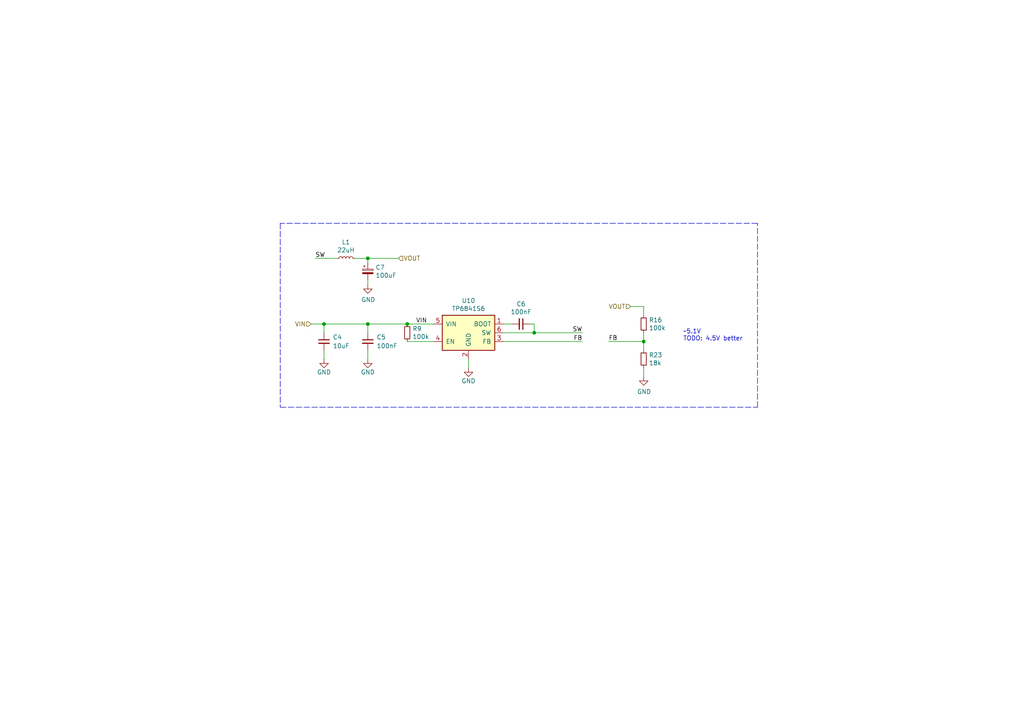
<source format=kicad_sch>
(kicad_sch (version 20211123) (generator eeschema)
  (paper "A4")
  (title_block (title "Power Supply TP6841S6") (date "2022-03-19") (rev "1") (company "LightBrains"))
  (lib_symbols
    (symbol "Device:CP_Small" (pin_numbers hide) (pin_names (offset 0.254) hide)
      (property "Reference" "C" (at 0.254 1.778 0))
      (property "Value" "Device_CP_Small" (at 0.254 -2.032 0))
      (symbol "CP_Small_0_1"
        (rectangle (start -1.524 -0.3048) (end 1.524 -0.6858) (fill (type outline)))
        (rectangle (start -1.524 0.6858) (end 1.524 0.3048))
        (polyline (pts (xy -1.27 1.524) (xy -0.762 1.524)))
        (polyline (pts (xy -1.016 1.27) (xy -1.016 1.778)))
      )
      (symbol "CP_Small_1_1"
        (pin passive line (at 0 2.54 270) (length 1.8542) (name "~") (number "1"))
        (pin passive line (at 0 -2.54 90) (length 1.8542) (name "~") (number "2"))
      )
    )
    (symbol "Device:C_Small" (pin_numbers hide) (pin_names (offset 0.254) hide)
      (property "Reference" "C" (at 0.254 1.778 0))
      (property "Value" "C_Small" (at 0.254 -2.032 0))
      (symbol "C_Small_0_1"
        (polyline (pts (xy -1.524 -0.508) (xy 1.524 -0.508)) (stroke (width 0.3302)))
        (polyline (pts (xy -1.524 0.508) (xy 1.524 0.508)) (stroke (width 0.3048)))
      )
      (symbol "C_Small_1_1"
        (pin passive line (at 0 2.54 270) (length 2.032) (name "~") (number "1"))
        (pin passive line (at 0 -2.54 90) (length 2.032) (name "~") (number "2"))
      )
    )
    (symbol "Device:L_Small" (pin_numbers hide) (pin_names (offset 0.254) hide)
      (property "Reference" "L" (at 0.762 1.016 0))
      (property "Value" "L_Small" (at 0.762 -1.016 0))
      (symbol "L_Small_0_1"
        (arc (start 0 -2.032) (mid 0.508 -1.524) (end 0 -1.016))
        (arc (start 0 -1.016) (mid 0.508 -0.508) (end 0 0))
        (arc (start 0 0) (mid 0.508 0.508) (end 0 1.016))
        (arc (start 0 1.016) (mid 0.508 1.524) (end 0 2.032))
      )
      (symbol "L_Small_1_1"
        (pin passive line (at 0 2.54 270) (length 0.508) (name "~") (number "1"))
        (pin passive line (at 0 -2.54 90) (length 0.508) (name "~") (number "2"))
      )
    )
    (symbol "Device:R_Small" (pin_numbers hide) (pin_names (offset 0.254) hide)
      (property "Reference" "R" (at 0.762 0.508 0))
      (property "Value" "R_Small" (at 0.762 -1.016 0))
      (symbol "R_Small_0_1"
        (rectangle (start -0.762 1.778) (end 0.762 -1.778) (stroke (width 0.2032)))
      )
      (symbol "R_Small_1_1"
        (pin passive line (at 0 2.54 270) (length 0.762) (name "~") (number "1"))
        (pin passive line (at 0 -2.54 90) (length 0.762) (name "~") (number "2"))
      )
    )
    (symbol "_LightBrain:TP6841S6" (pin_names (offset 1.016))
      (property "Reference" "U" (at 0 10.16 0))
      (property "Value" "TP6841S6" (at 0 7.62 0))
      (symbol "TP6841S6_1_1"
        (rectangle (start -7.62 5.08) (end 7.62 -5.08) (stroke (width 0.254)) (fill (type background)))
        (pin passive line (at 10.16 2.54 180) (length 2.54) (name "BOOT") (number "1"))
        (pin power_in line (at 0 -7.62 90) (length 2.54) (name "GND") (number "2"))
        (pin input line (at 10.16 -2.54 180) (length 2.54) (name "FB") (number "3"))
        (pin input line (at -10.16 -2.54 0) (length 2.54) (name "EN") (number "4"))
        (pin power_in line (at -10.16 2.54 0) (length 2.54) (name "VIN") (number "5"))
        (pin power_out line (at 10.16 0 180) (length 2.54) (name "SW") (number "6"))
      )
    )
    (symbol "power:GND" (power) (pin_names (offset 0))
      (property "Value" "GND" (at 0 -3.81 0))
      (symbol "GND_0_1"
        (polyline (pts (xy 0 0) (xy 0 -1.27) (xy 1.27 -1.27) (xy 0 -2.54) (xy -1.27 -1.27) (xy 0 -1.27)))
      )
      (symbol "GND_1_1"
        (pin power_in line (at 0 0 270) (length 0) hide (name "GND") (number "1"))
      )
    )
  )
  (junction (at 118.11 93.98))
  (junction (at 93.98 93.98))
  (junction (at 106.68 74.93))
  (junction (at 106.68 93.98))
  (junction (at 186.69 99.06))
  (junction (at 154.94 96.52))
  (polyline (pts (xy 219.71 64.77) (xy 81.28 64.77)))
  (wire (pts (xy 106.68 81.28) (xy 106.68 82.55)))
  (polyline (pts (xy 81.28 118.11) (xy 219.71 118.11)))
  (wire (pts (xy 146.05 93.98) (xy 148.59 93.98)))
  (wire (pts (xy 182.88 88.9) (xy 186.69 88.9)))
  (polyline (pts (xy 219.71 118.11) (xy 219.71 64.77)))
  (wire (pts (xy 154.94 93.98) (xy 154.94 96.52)))
  (wire (pts (xy 91.44 74.93) (xy 97.79 74.93)))
  (wire (pts (xy 106.68 96.52) (xy 106.68 93.98)))
  (wire (pts (xy 146.05 96.52) (xy 154.94 96.52)))
  (wire (pts (xy 186.69 99.06) (xy 186.69 101.6)))
  (wire (pts (xy 118.11 93.98) (xy 125.73 93.98)))
  (wire (pts (xy 93.98 101.6) (xy 93.98 104.14)))
  (wire (pts (xy 186.69 99.06) (xy 176.53 99.06)))
  (wire (pts (xy 186.69 88.9) (xy 186.69 91.44)))
  (wire (pts (xy 93.98 93.98) (xy 106.68 93.98)))
  (wire (pts (xy 93.98 96.52) (xy 93.98 93.98)))
  (wire (pts (xy 146.05 99.06) (xy 168.91 99.06)))
  (wire (pts (xy 118.11 99.06) (xy 125.73 99.06)))
  (wire (pts (xy 102.87 74.93) (xy 106.68 74.93)))
  (wire (pts (xy 106.68 101.6) (xy 106.68 104.14)))
  (wire (pts (xy 135.89 104.14) (xy 135.89 106.68)))
  (wire (pts (xy 106.68 74.93) (xy 106.68 76.2)))
  (wire (pts (xy 153.67 93.98) (xy 154.94 93.98)))
  (wire (pts (xy 106.68 74.93) (xy 115.57 74.93)))
  (wire (pts (xy 186.69 96.52) (xy 186.69 99.06)))
  (polyline (pts (xy 81.28 64.77) (xy 81.28 118.11)))
  (wire (pts (xy 154.94 96.52) (xy 168.91 96.52)))
  (wire (pts (xy 186.69 106.68) (xy 186.69 109.22)))
  (wire (pts (xy 106.68 93.98) (xy 118.11 93.98)))
  (wire (pts (xy 90.17 93.98) (xy 93.98 93.98)))
  (text "~5.1V\nTODO: 4.5V better" (at 198.12 99.06 0) (effects (font (size 1.27 1.27)) (justify left bottom)))
  (label "SW" (at 168.91 96.52 180))
  (label "VIN" (at 120.65 93.98 0))
  (label "SW" (at 91.44 74.93 0))
  (label "FB" (at 168.91 99.06 180))
  (label "FB" (at 176.53 99.06 0))
  (hierarchical_label "VOUT" (shape input) (at 115.57 74.93 0))
  (hierarchical_label "VOUT" (shape input) (at 182.88 88.9 180))
  (hierarchical_label "VIN" (shape input) (at 90.17 93.98 180))
  (symbol (lib_id "Device:R_Small") (at 186.69 93.98 0) (unit 1)
    (property "Reference" "R16" (at 188.1886 92.8116 0) (effects (justify left)))
    (property "Value" "100k" (at 188.1886 95.123 0) (effects (justify left)))
    (property "Footprint" "Resistor_SMD:R_0402_1005Metric" (effects hide))
    (property "JLCPCB Part #" "C25741" (effects hide))
  )
  (symbol (lib_id "power:GND") (at 186.69 109.22 0) (unit 1)
    (property "Reference" "#PWR0116" (effects hide))
    (property "Value" "GND" (at 186.817 113.6142 0))
  )
  (symbol (lib_id "Device:C_Small") (at 93.98 99.06 0) (unit 1)
    (property "Reference" "C4" (at 96.52 97.79 0) (effects (justify left)))
    (property "Value" "10uF" (at 96.52 100.33 0) (effects (justify left)))
    (property "Footprint" "Capacitor_SMD:C_0805_2012Metric" (effects hide))
    (property "JLCPCB Part #" "C15850" (effects hide))
  )
  (symbol (lib_id "Device:C_Small") (at 106.68 99.06 0) (unit 1)
    (property "Reference" "C5" (at 109.22 97.79 0) (effects (justify left)))
    (property "Value" "100nF" (at 109.22 100.33 0) (effects (justify left)))
    (property "Footprint" "Capacitor_SMD:C_0805_2012Metric" (effects hide))
    (property "JLCPCB Part #" "C28233" (effects hide))
  )
  (symbol (lib_id "power:GND") (at 93.98 104.14 0) (unit 1)
    (property "Reference" "#PWR0111" (effects hide))
    (property "Value" "GND" (at 93.98 107.95 0))
  )
  (symbol (lib_id "power:GND") (at 106.68 104.14 0) (unit 1)
    (property "Reference" "#PWR0112" (effects hide))
    (property "Value" "GND" (at 106.68 107.95 0))
  )
  (symbol (lib_id "Device:C_Small") (at 151.13 93.98 270) (unit 1)
    (property "Reference" "C6" (at 151.13 88.1634 90))
    (property "Value" "100nF" (at 151.13 90.4748 90))
    (property "Footprint" "Capacitor_SMD:C_0402_1005Metric" (effects hide))
    (property "JLCPCB Part #" "C307331" (effects hide))
  )
  (symbol (lib_id "Device:L_Small") (at 100.33 74.93 90) (unit 1)
    (property "Reference" "L1" (at 100.33 70.231 90))
    (property "Value" "22uH" (at 100.33 72.5424 90))
    (property "Footprint" "LightBrain:MWSA0402S" (effects hide))
    (property "Datasheet" "MWSA0402S-220MT" (effects hide))
    (property "JLCPCB Part #" "C408340" (effects hide))
  )
  (symbol (lib_id "Device:CP_Small") (at 106.68 78.74 0) (unit 1)
    (property "Reference" "C7" (at 108.9152 77.5716 0) (effects (justify left)))
    (property "Value" "100uF" (at 108.9152 79.883 0) (effects (justify left)))
    (property "Footprint" "Capacitor_Tantalum_SMD:CP_EIA-3528-21_Kemet-B" (effects hide))
    (property "JLCPCB Part #" "C115391" (effects hide))
  )
  (symbol (lib_id "power:GND") (at 106.68 82.55 0) (unit 1)
    (property "Reference" "#PWR0114" (effects hide))
    (property "Value" "GND" (at 106.807 86.9442 0))
  )
  (symbol (lib_id "_LightBrain:TP6841S6") (at 135.89 96.52 0) (unit 1)
    (property "Reference" "U10" (at 135.89 87.1982 0))
    (property "Value" "TP6841S6" (at 135.89 89.5096 0))
    (property "Footprint" "Package_TO_SOT_SMD:SOT-23-6" (effects hide))
    (property "Datasheet" "http://www.ti.com/lit/ds/symlink/tps54202.pdf" (effects hide))
    (property "JLCPCB Part #" "C2844736" (effects hide))
  )
  (symbol (lib_id "power:GND") (at 135.89 106.68 0) (unit 1)
    (property "Reference" "#PWR014" (effects hide))
    (property "Value" "GND" (at 135.89 110.49 0))
  )
  (symbol (lib_id "Device:R_Small") (at 186.69 104.14 0) (unit 1)
    (property "Reference" "R23" (at 188.1886 102.9716 0) (effects (justify left)))
    (property "Value" "18k" (at 188.1886 105.283 0) (effects (justify left)))
    (property "Footprint" "Resistor_SMD:R_0402_1005Metric" (effects hide))
    (property "JLCPCB Part #" "C25762" (effects hide))
  )
  (symbol (lib_id "Device:R_Small") (at 118.11 96.52 0) (unit 1)
    (property "Reference" "R9" (at 119.6086 95.3516 0) (effects (justify left)))
    (property "Value" "100k" (at 119.6086 97.663 0) (effects (justify left)))
    (property "Footprint" "Resistor_SMD:R_0402_1005Metric" (effects hide))
    (property "JLCPCB Part #" "C25741" (effects hide))
  )
)
</source>
